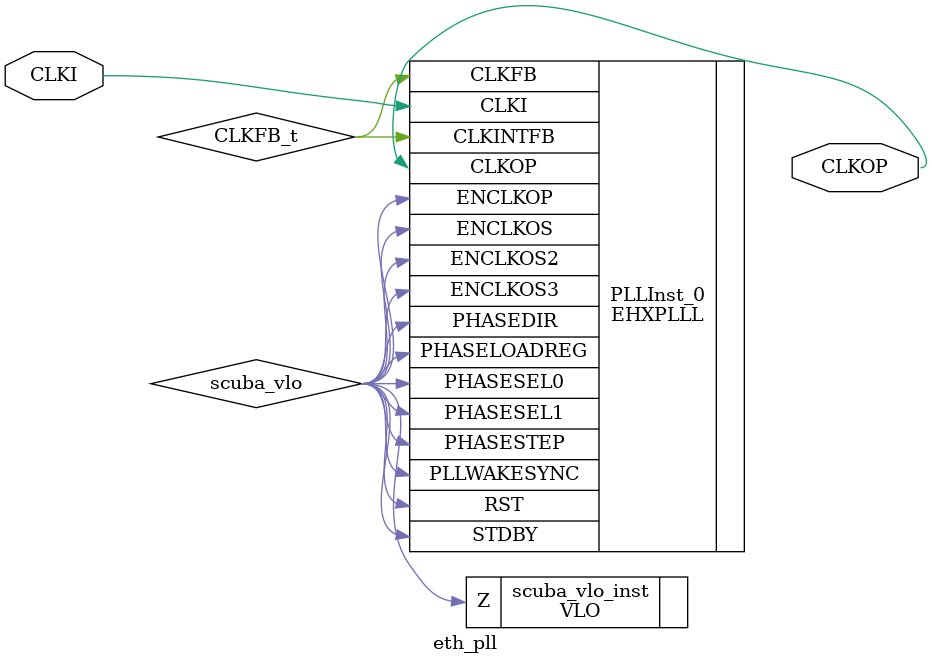
<source format=v>

module eth_pll (CLKI, CLKOP) /* synthesis NGD_DRC_MASK=1, syn_module_defined=1 */ ;   // d:/freework/df1_demo/phy_develop/src/ip/df1_lidar_ip/eth_pll/eth_pll.v(8[8:15])
    input CLKI;   // d:/freework/df1_demo/phy_develop/src/ip/df1_lidar_ip/eth_pll/eth_pll.v(9[16:20])
    output CLKOP;   // d:/freework/df1_demo/phy_develop/src/ip/df1_lidar_ip/eth_pll/eth_pll.v(10[17:22])
    
    wire CLKI /* synthesis is_clock=1 */ ;   // d:/freework/df1_demo/phy_develop/src/ip/df1_lidar_ip/eth_pll/eth_pll.v(9[16:20])
    
    wire CLKFB_t, scuba_vlo, VCC_net;
    
    VLO scuba_vlo_inst (.Z(scuba_vlo));
    EHXPLLL PLLInst_0 (.CLKI(CLKI), .CLKFB(CLKFB_t), .PHASESEL0(scuba_vlo), 
            .PHASESEL1(scuba_vlo), .PHASEDIR(scuba_vlo), .PHASESTEP(scuba_vlo), 
            .PHASELOADREG(scuba_vlo), .STDBY(scuba_vlo), .PLLWAKESYNC(scuba_vlo), 
            .RST(scuba_vlo), .ENCLKOP(scuba_vlo), .ENCLKOS(scuba_vlo), 
            .ENCLKOS2(scuba_vlo), .ENCLKOS3(scuba_vlo), .CLKOP(CLKOP), 
            .CLKINTFB(CLKFB_t)) /* synthesis FREQUENCY_PIN_CLKOP="50.000000", FREQUENCY_PIN_CLKI="50.000000", ICP_CURRENT="12", LPF_RESISTOR="8", syn_instantiated=1 */ ;
    defparam PLLInst_0.CLKI_DIV = 1;
    defparam PLLInst_0.CLKFB_DIV = 1;
    defparam PLLInst_0.CLKOP_DIV = 12;
    defparam PLLInst_0.CLKOS_DIV = 1;
    defparam PLLInst_0.CLKOS2_DIV = 1;
    defparam PLLInst_0.CLKOS3_DIV = 1;
    defparam PLLInst_0.CLKOP_ENABLE = "ENABLED";
    defparam PLLInst_0.CLKOS_ENABLE = "DISABLED";
    defparam PLLInst_0.CLKOS2_ENABLE = "DISABLED";
    defparam PLLInst_0.CLKOS3_ENABLE = "DISABLED";
    defparam PLLInst_0.CLKOP_CPHASE = 11;
    defparam PLLInst_0.CLKOS_CPHASE = 0;
    defparam PLLInst_0.CLKOS2_CPHASE = 0;
    defparam PLLInst_0.CLKOS3_CPHASE = 0;
    defparam PLLInst_0.CLKOP_FPHASE = 0;
    defparam PLLInst_0.CLKOS_FPHASE = 0;
    defparam PLLInst_0.CLKOS2_FPHASE = 0;
    defparam PLLInst_0.CLKOS3_FPHASE = 0;
    defparam PLLInst_0.FEEDBK_PATH = "INT_OP";
    defparam PLLInst_0.CLKOP_TRIM_POL = "FALLING";
    defparam PLLInst_0.CLKOP_TRIM_DELAY = 0;
    defparam PLLInst_0.CLKOS_TRIM_POL = "FALLING";
    defparam PLLInst_0.CLKOS_TRIM_DELAY = 0;
    defparam PLLInst_0.OUTDIVIDER_MUXA = "DIVA";
    defparam PLLInst_0.OUTDIVIDER_MUXB = "DIVB";
    defparam PLLInst_0.OUTDIVIDER_MUXC = "DIVC";
    defparam PLLInst_0.OUTDIVIDER_MUXD = "DIVD";
    defparam PLLInst_0.PLL_LOCK_MODE = 0;
    defparam PLLInst_0.PLL_LOCK_DELAY = 200;
    defparam PLLInst_0.STDBY_ENABLE = "DISABLED";
    defparam PLLInst_0.REFIN_RESET = "DISABLED";
    defparam PLLInst_0.SYNC_ENABLE = "DISABLED";
    defparam PLLInst_0.INT_LOCK_STICKY = "ENABLED";
    defparam PLLInst_0.DPHASE_SOURCE = "DISABLED";
    defparam PLLInst_0.PLLRST_ENA = "DISABLED";
    defparam PLLInst_0.INTFB_WAKE = "DISABLED";
    PUR PUR_INST (.PUR(VCC_net));
    defparam PUR_INST.RST_PULSE = 1;
    VHI i48 (.Z(VCC_net));
    GSR GSR_INST (.GSR(VCC_net));
    
endmodule
//
// Verilog Description of module PUR
// module not written out since it is a black-box. 
//


</source>
